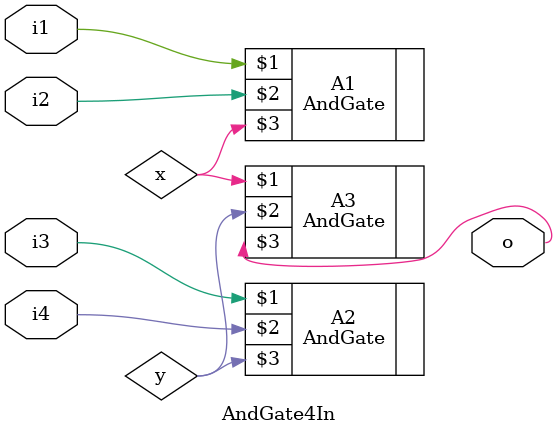
<source format=v>
module AndGate3In(i1,i2,i3,o) ;

output o ;
input i1,i2,i3 ;
wire x ;

AndGate A1(i1,i2,x) ;
AndGate A2(i3,x,o) ;

endmodule 

module AndGate4In(i1,i2,i3,i4,o) ;

output o ;
input i1,i2,i3,i4 ;
wire x,y ;

AndGate A1(i1,i2,x) ;
AndGate A2(i3,i4,y) ;
AndGate A3(x,y,o) ;

endmodule 
/*
module Mux16x1(i,s,o) ;

output o;
input [15:0] i ;
input [3:0] s ;
wire s3,s2,s1,s0;

NotGate N1(s[3],s3) ;
NotGate N2(s[2],s2) ;
NotGate N3(s[1],s1) ;
NotGate N4(s[0],s0) ;

wire x1,x2,x3,x4,x5,x6,x7,x8,x ;
wire y1,y2,y3,y4,y5,y6,y7,y8,y,y_ ;

AndGate5In Ai1(i[0],s0,s1,s2,s3,x1) ;
AndGate5In Ai2(i[1],s[0],s1,s2,s3,x2) ;
AndGate5In Ai3(i[2],s0,s[1],s2,s3,x3) ;
AndGate5In Ai4(i[3],s[0],s[1],s2,s3,x4) ;
AndGate5In Ai5(i[4],s0,s1,s[2],s3,x5) ;
AndGate5In Ai6(i[5],s[0],s1,s[2],s3,x6) ;
AndGate5In Ai7(i[6],s0,s[1],s[2],s3,x7) ;
AndGate5In Ai8(i[7],s[0],s[1],s[2],s3,x8) ;

OrGate8In O1(x1,x2,x3,x4,x5,x6,x7,x8,x) ;

AndGate5In Aj1(i[8],s0,s1,s2,s[3],y1) ;
AndGate5In Aj2(i[9],s[0],s1,s2,s[3],y2) ;
AndGate5In Aj3(i[10],s0,s[1],s2,s[3],y3) ;
AndGate5In Aj4(i[11],s[0],s[1],s2,s[3],y4) ;
AndGate5In Aj5(i[12],s0,s1,s[2],s[3],y5) ;
AndGate5In Aj6(i[13],s[0],s1,s[2],s[3],y6) ;
AndGate5In Aj7(i[14],s0,s[1],s[2],s[3],y7) ;
AndGate5In Aj8(i[15],s[0],s[1],s[2],s[3],y8) ;

OrGate8In O2(y1,y2,y3,y4,y5,y6,y7,y8,y) ;

OrGate O3(x,y,o) ;

endmodule 

module Mux16x1by4(i,s,o) ;

output o ;
input [15:0] i ;
input [3:0] s ;
wire w,x,y,z ;

Mux4x1 M1(i[15],i[14],i[13],i[12],s[1],s[0],w) ;
Mux4x1 M2(i[11],i[10],i[9],i[8],s[1],s[0],x) ;
Mux4x1 M3(i[7],i[6],i[5],i[4],s[1],s[0],y) ;
Mux4x1 M4(i[3],i[2],i[1],i[0],s[1],s[0],z) ;
Mux4x1 M(w,x,y,z,s[3],s[2],o) ;

endmodule

module Mux16x1by8(i,s,o) ;

output o ;
input [15:0] i ;
input [3:0] s ;
wire w,x,y,z ;

Mux8x1 M1(i[15:8],s[2:0],x) ;
Mux8x1 M2(i[7:0],s[2:0],y) ;
Mux2x1 M3(x,y,s[3],o) ;

endmodule */
</source>
